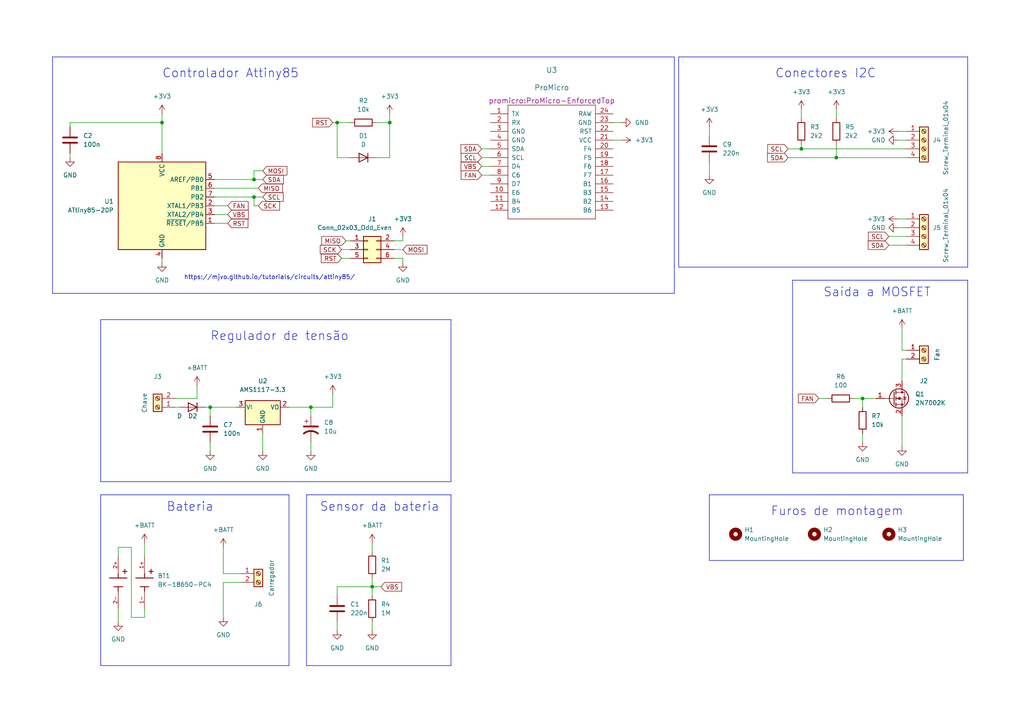
<source format=kicad_sch>
(kicad_sch (version 20230121) (generator eeschema)
  (paper "A4")
  (title_block (title "Termohigrômetro") (date "2022-12-30") (rev "0") (company "Sentium Controls"))
  (lib_symbols
    (symbol "BK-18650-PC4:BK-18650-PC4" (pin_names (offset 1.016))
      (property "Reference" "BT" (at -3.81 6.35 0))
      (property "Value" "BK-18650-PC4" (at -3.81 -10.16 0))
      (symbol "BK-18650-PC4_0_0"
        (polyline (pts (xy -3.81 -3.175) (xy -2.54 -3.175)) (stroke (width 0.254)))
        (polyline (pts (xy -3.81 4.445) (xy -2.54 4.445)) (stroke (width 0.254)))
        (polyline (pts (xy -3.175 -2.54) (xy -3.175 -3.81)) (stroke (width 0.254)))
        (polyline (pts (xy -3.175 5.08) (xy -3.175 3.81)) (stroke (width 0.254)))
        (polyline (pts (xy -1.27 -5.08) (xy -2.54 -5.08)) (stroke (width 0.254)))
        (polyline (pts (xy -1.27 -5.08) (xy -1.27 -7.62)) (stroke (width 0.254)))
        (polyline (pts (xy -1.27 -2.54) (xy -1.27 -5.08)) (stroke (width 0.254)))
        (polyline (pts (xy -1.27 2.54) (xy -2.54 2.54)) (stroke (width 0.254)))
        (polyline (pts (xy -1.27 2.54) (xy -1.27 0)) (stroke (width 0.254)))
        (polyline (pts (xy -1.27 5.08) (xy -1.27 2.54)) (stroke (width 0.254)))
        (polyline (pts (xy 1.27 -5.08) (xy 1.27 -6.35)) (stroke (width 0.254)))
        (polyline (pts (xy 1.27 -5.08) (xy 2.54 -5.08)) (stroke (width 0.254)))
        (polyline (pts (xy 1.27 -3.81) (xy 1.27 -5.08)) (stroke (width 0.254)))
        (polyline (pts (xy 1.27 2.54) (xy 1.27 1.27)) (stroke (width 0.254)))
        (polyline (pts (xy 1.27 2.54) (xy 2.54 2.54)) (stroke (width 0.254)))
        (polyline (pts (xy 1.27 3.81) (xy 1.27 2.54)) (stroke (width 0.254)))
        (pin passive line (at -7.62 2.54 0) (length 5.08) (name "~") (number "1+"))
        (pin passive line (at 7.62 2.54 180) (length 5.08) (name "~") (number "1-"))
        (pin passive line (at -7.62 -5.08 0) (length 5.08) (name "~") (number "2+"))
        (pin passive line (at 7.62 -5.08 180) (length 5.08) (name "~") (number "2-"))
      )
    )
    (symbol "Connector:Screw_Terminal_01x02" (pin_names (offset 1.016) hide)
      (property "Reference" "J" (at 0 2.54 0))
      (property "Value" "Screw_Terminal_01x02" (at 0 -5.08 0))
      (symbol "Screw_Terminal_01x02_1_1"
        (rectangle (start -1.27 1.27) (end 1.27 -3.81) (stroke (width 0.254)) (fill (type background)))
        (circle (center 0 -2.54) (radius 0.635) (stroke (width 0.1524)))
        (polyline (pts (xy -0.5334 -2.2098) (xy 0.3302 -3.048)) (stroke (width 0.1524)))
        (polyline (pts (xy -0.5334 0.3302) (xy 0.3302 -0.508)) (stroke (width 0.1524)))
        (polyline (pts (xy -0.3556 -2.032) (xy 0.508 -2.8702)) (stroke (width 0.1524)))
        (polyline (pts (xy -0.3556 0.508) (xy 0.508 -0.3302)) (stroke (width 0.1524)))
        (circle (center 0 0) (radius 0.635) (stroke (width 0.1524)))
        (pin passive line (at -5.08 0 0) (length 3.81) (name "Pin_1") (number "1"))
        (pin passive line (at -5.08 -2.54 0) (length 3.81) (name "Pin_2") (number "2"))
      )
    )
    (symbol "Connector:Screw_Terminal_01x04" (pin_names (offset 1.016) hide)
      (property "Reference" "J" (at 0 5.08 0))
      (property "Value" "Screw_Terminal_01x04" (at 0 -7.62 0))
      (symbol "Screw_Terminal_01x04_1_1"
        (rectangle (start -1.27 3.81) (end 1.27 -6.35) (stroke (width 0.254)) (fill (type background)))
        (circle (center 0 -5.08) (radius 0.635) (stroke (width 0.1524)))
        (circle (center 0 -2.54) (radius 0.635) (stroke (width 0.1524)))
        (polyline (pts (xy -0.5334 -4.7498) (xy 0.3302 -5.588)) (stroke (width 0.1524)))
        (polyline (pts (xy -0.5334 -2.2098) (xy 0.3302 -3.048)) (stroke (width 0.1524)))
        (polyline (pts (xy -0.5334 0.3302) (xy 0.3302 -0.508)) (stroke (width 0.1524)))
        (polyline (pts (xy -0.5334 2.8702) (xy 0.3302 2.032)) (stroke (width 0.1524)))
        (polyline (pts (xy -0.3556 -4.572) (xy 0.508 -5.4102)) (stroke (width 0.1524)))
        (polyline (pts (xy -0.3556 -2.032) (xy 0.508 -2.8702)) (stroke (width 0.1524)))
        (polyline (pts (xy -0.3556 0.508) (xy 0.508 -0.3302)) (stroke (width 0.1524)))
        (polyline (pts (xy -0.3556 3.048) (xy 0.508 2.2098)) (stroke (width 0.1524)))
        (circle (center 0 0) (radius 0.635) (stroke (width 0.1524)))
        (circle (center 0 2.54) (radius 0.635) (stroke (width 0.1524)))
        (pin passive line (at -5.08 2.54 0) (length 3.81) (name "Pin_1") (number "1"))
        (pin passive line (at -5.08 0 0) (length 3.81) (name "Pin_2") (number "2"))
        (pin passive line (at -5.08 -2.54 0) (length 3.81) (name "Pin_3") (number "3"))
        (pin passive line (at -5.08 -5.08 0) (length 3.81) (name "Pin_4") (number "4"))
      )
    )
    (symbol "Connector_Generic:Conn_02x03_Odd_Even" (pin_names (offset 1.016) hide)
      (property "Reference" "J" (at 1.27 5.08 0))
      (property "Value" "Conn_02x03_Odd_Even" (at 1.27 -5.08 0))
      (symbol "Conn_02x03_Odd_Even_1_1"
        (rectangle (start -1.27 -2.413) (end 0 -2.667) (stroke (width 0.1524)))
        (rectangle (start -1.27 0.127) (end 0 -0.127) (stroke (width 0.1524)))
        (rectangle (start -1.27 2.667) (end 0 2.413) (stroke (width 0.1524)))
        (rectangle (start -1.27 3.81) (end 3.81 -3.81) (stroke (width 0.254)) (fill (type background)))
        (rectangle (start 3.81 -2.413) (end 2.54 -2.667) (stroke (width 0.1524)))
        (rectangle (start 3.81 0.127) (end 2.54 -0.127) (stroke (width 0.1524)))
        (rectangle (start 3.81 2.667) (end 2.54 2.413) (stroke (width 0.1524)))
        (pin passive line (at -5.08 2.54 0) (length 3.81) (name "Pin_1") (number "1"))
        (pin passive line (at 7.62 2.54 180) (length 3.81) (name "Pin_2") (number "2"))
        (pin passive line (at -5.08 0 0) (length 3.81) (name "Pin_3") (number "3"))
        (pin passive line (at 7.62 0 180) (length 3.81) (name "Pin_4") (number "4"))
        (pin passive line (at -5.08 -2.54 0) (length 3.81) (name "Pin_5") (number "5"))
        (pin passive line (at 7.62 -2.54 180) (length 3.81) (name "Pin_6") (number "6"))
      )
    )
    (symbol "Device:C" (pin_numbers hide) (pin_names (offset 0.254))
      (property "Reference" "C" (at 0.635 2.54 0))
      (property "Value" "C" (at 0.635 -2.54 0))
      (symbol "C_0_1"
        (polyline (pts (xy -2.032 -0.762) (xy 2.032 -0.762)) (stroke (width 0.508)))
        (polyline (pts (xy -2.032 0.762) (xy 2.032 0.762)) (stroke (width 0.508)))
      )
      (symbol "C_1_1"
        (pin passive line (at 0 3.81 270) (length 2.794) (name "~") (number "1"))
        (pin passive line (at 0 -3.81 90) (length 2.794) (name "~") (number "2"))
      )
    )
    (symbol "Device:C_Polarized_US" (pin_numbers hide) (pin_names (offset 0.254) hide)
      (property "Reference" "C" (at 0.635 2.54 0))
      (property "Value" "C_Polarized_US" (at 0.635 -2.54 0))
      (symbol "C_Polarized_US_0_1"
        (polyline (pts (xy -2.032 0.762) (xy 2.032 0.762)) (stroke (width 0.508)))
        (polyline (pts (xy -1.778 2.286) (xy -0.762 2.286)))
        (polyline (pts (xy -1.27 1.778) (xy -1.27 2.794)))
        (arc (start 2.032 -1.27) (mid 0 -0.5572) (end -2.032 -1.27) (stroke (width 0.508)))
      )
      (symbol "C_Polarized_US_1_1"
        (pin passive line (at 0 3.81 270) (length 2.794) (name "~") (number "1"))
        (pin passive line (at 0 -3.81 90) (length 3.302) (name "~") (number "2"))
      )
    )
    (symbol "Device:D" (pin_numbers hide) (pin_names (offset 1.016) hide)
      (property "Reference" "D" (at 0 2.54 0))
      (property "Value" "D" (at 0 -2.54 0))
      (symbol "D_0_1"
        (polyline (pts (xy -1.27 1.27) (xy -1.27 -1.27)) (stroke (width 0.254)))
        (polyline (pts (xy 1.27 0) (xy -1.27 0)))
        (polyline (pts (xy 1.27 1.27) (xy 1.27 -1.27) (xy -1.27 0) (xy 1.27 1.27)) (stroke (width 0.254)))
      )
      (symbol "D_1_1"
        (pin passive line (at -3.81 0 0) (length 2.54) (name "K") (number "1"))
        (pin passive line (at 3.81 0 180) (length 2.54) (name "A") (number "2"))
      )
    )
    (symbol "Device:R" (pin_numbers hide) (pin_names (offset 0))
      (property "Reference" "R" (at 2.032 0 90))
      (property "Value" "R" (at 0 0 90))
      (symbol "R_0_1"
        (rectangle (start -1.016 -2.54) (end 1.016 2.54) (stroke (width 0.254)))
      )
      (symbol "R_1_1"
        (pin passive line (at 0 3.81 270) (length 1.27) (name "~") (number "1"))
        (pin passive line (at 0 -3.81 90) (length 1.27) (name "~") (number "2"))
      )
    )
    (symbol "MCU_Microchip_ATtiny:ATtiny85-20P"
      (property "Reference" "U" (at -12.7 13.97 0))
      (property "Value" "ATtiny85-20P" (at 2.54 -13.97 0))
      (symbol "ATtiny85-20P_0_1"
        (rectangle (start -12.7 -12.7) (end 12.7 12.7) (stroke (width 0.254)) (fill (type background)))
      )
      (symbol "ATtiny85-20P_1_1"
        (pin bidirectional line (at 15.24 -5.08 180) (length 2.54) (name "~{RESET}/PB5") (number "1"))
        (pin bidirectional line (at 15.24 0 180) (length 2.54) (name "XTAL1/PB3") (number "2"))
        (pin bidirectional line (at 15.24 -2.54 180) (length 2.54) (name "XTAL2/PB4") (number "3"))
        (pin power_in line (at 0 -15.24 90) (length 2.54) (name "GND") (number "4"))
        (pin bidirectional line (at 15.24 7.62 180) (length 2.54) (name "AREF/PB0") (number "5"))
        (pin bidirectional line (at 15.24 5.08 180) (length 2.54) (name "PB1") (number "6"))
        (pin bidirectional line (at 15.24 2.54 180) (length 2.54) (name "PB2") (number "7"))
        (pin power_in line (at 0 15.24 270) (length 2.54) (name "VCC") (number "8"))
      )
    )
    (symbol "Mechanical:MountingHole" (pin_names (offset 1.016))
      (property "Reference" "H" (at 0 5.08 0))
      (property "Value" "MountingHole" (at 0 3.175 0))
      (symbol "MountingHole_0_1"
        (circle (center 0 0) (radius 1.27) (stroke (width 1.27)))
      )
    )
    (symbol "Regulator_Linear:AMS1117-3.3" (pin_names (offset 0.254))
      (property "Reference" "U" (at -3.81 3.175 0))
      (property "Value" "AMS1117-3.3" (at 0 3.175 0))
      (symbol "AMS1117-3.3_0_1"
        (rectangle (start -5.08 -5.08) (end 5.08 1.905) (stroke (width 0.254)) (fill (type background)))
      )
      (symbol "AMS1117-3.3_1_1"
        (pin power_in line (at 0 -7.62 90) (length 2.54) (name "GND") (number "1"))
        (pin power_out line (at 7.62 0 180) (length 2.54) (name "VO") (number "2"))
        (pin power_in line (at -7.62 0 0) (length 2.54) (name "VI") (number "3"))
      )
    )
    (symbol "Transistor_FET:2N7002K" (pin_names hide)
      (property "Reference" "Q" (at 5.08 1.905 0))
      (property "Value" "2N7002K" (at 5.08 0 0))
      (symbol "2N7002K_0_1"
        (polyline (pts (xy 0.254 0) (xy -2.54 0)))
        (polyline (pts (xy 0.254 1.905) (xy 0.254 -1.905)) (stroke (width 0.254)))
        (polyline (pts (xy 0.762 -1.27) (xy 0.762 -2.286)) (stroke (width 0.254)))
        (polyline (pts (xy 0.762 0.508) (xy 0.762 -0.508)) (stroke (width 0.254)))
        (polyline (pts (xy 0.762 2.286) (xy 0.762 1.27)) (stroke (width 0.254)))
        (polyline (pts (xy 2.54 2.54) (xy 2.54 1.778)))
        (polyline (pts (xy 2.54 -2.54) (xy 2.54 0) (xy 0.762 0)))
        (polyline (pts (xy 0.762 -1.778) (xy 3.302 -1.778) (xy 3.302 1.778) (xy 0.762 1.778)))
        (polyline (pts (xy 1.016 0) (xy 2.032 0.381) (xy 2.032 -0.381) (xy 1.016 0)) (fill (type outline)))
        (polyline (pts (xy 2.794 0.508) (xy 2.921 0.381) (xy 3.683 0.381) (xy 3.81 0.254)))
        (polyline (pts (xy 3.302 0.381) (xy 2.921 -0.254) (xy 3.683 -0.254) (xy 3.302 0.381)))
        (circle (center 1.651 0) (radius 2.794) (stroke (width 0.254)))
        (circle (center 2.54 -1.778) (radius 0.254) (fill (type outline)))
        (circle (center 2.54 1.778) (radius 0.254) (fill (type outline)))
      )
      (symbol "2N7002K_1_1"
        (pin input line (at -5.08 0 0) (length 2.54) (name "G") (number "1"))
        (pin passive line (at 2.54 -5.08 90) (length 2.54) (name "S") (number "2"))
        (pin passive line (at 2.54 5.08 270) (length 2.54) (name "D") (number "3"))
      )
    )
    (symbol "power:+3.3V" (power) (pin_names (offset 0))
      (property "Value" "+3.3V" (at 0 3.556 0))
      (symbol "+3.3V_0_1"
        (polyline (pts (xy -0.762 1.27) (xy 0 2.54)))
        (polyline (pts (xy 0 0) (xy 0 2.54)))
        (polyline (pts (xy 0 2.54) (xy 0.762 1.27)))
      )
      (symbol "+3.3V_1_1"
        (pin power_in line (at 0 0 90) (length 0) hide (name "+3V3") (number "1"))
      )
    )
    (symbol "power:+BATT" (power) (pin_names (offset 0))
      (property "Value" "+BATT" (at 0 3.556 0))
      (symbol "+BATT_0_1"
        (polyline (pts (xy -0.762 1.27) (xy 0 2.54)))
        (polyline (pts (xy 0 0) (xy 0 2.54)))
        (polyline (pts (xy 0 2.54) (xy 0.762 1.27)))
      )
      (symbol "+BATT_1_1"
        (pin power_in line (at 0 0 90) (length 0) hide (name "+BATT") (number "1"))
      )
    )
    (symbol "power:GND" (power) (pin_names (offset 0))
      (property "Value" "GND" (at 0 -3.81 0))
      (symbol "GND_0_1"
        (polyline (pts (xy 0 0) (xy 0 -1.27) (xy 1.27 -1.27) (xy 0 -2.54) (xy -1.27 -1.27) (xy 0 -1.27)))
      )
      (symbol "GND_1_1"
        (pin power_in line (at 0 0 270) (length 0) hide (name "GND") (number "1"))
      )
    )
    (symbol "promicro:ProMicro" (pin_names (offset 1.016))
      (property "Reference" "U" (at 0 24.13 0))
      (property "Value" "ProMicro" (at 0 -13.97 0))
      (property "Footprint" "promicro:ProMicro-EnforcedTop" (at 2.54 -26.67 0))
      (symbol "ProMicro_0_1"
        (rectangle (start -12.7 21.59) (end 12.7 -11.43))
      )
      (symbol "ProMicro_1_1"
        (pin bidirectional line (at -17.78 19.05 0) (length 5.08) (name "TX") (number "1"))
        (pin bidirectional line (at -17.78 -3.81 0) (length 5.08) (name "E6") (number "10"))
        (pin bidirectional line (at -17.78 -6.35 0) (length 5.08) (name "B4") (number "11"))
        (pin bidirectional line (at -17.78 -8.89 0) (length 5.08) (name "B5") (number "12"))
        (pin bidirectional line (at 17.78 -8.89 180) (length 5.08) (name "B6") (number "13"))
        (pin bidirectional line (at 17.78 -6.35 180) (length 5.08) (name "B2") (number "14"))
        (pin bidirectional line (at 17.78 -3.81 180) (length 5.08) (name "B3") (number "15"))
        (pin bidirectional line (at 17.78 -1.27 180) (length 5.08) (name "B1") (number "16"))
        (pin bidirectional line (at 17.78 1.27 180) (length 5.08) (name "F7") (number "17"))
        (pin bidirectional line (at 17.78 3.81 180) (length 5.08) (name "F6") (number "18"))
        (pin bidirectional line (at 17.78 6.35 180) (length 5.08) (name "F5") (number "19"))
        (pin bidirectional line (at -17.78 16.51 0) (length 5.08) (name "RX") (number "2"))
        (pin bidirectional line (at 17.78 8.89 180) (length 5.08) (name "F4") (number "20"))
        (pin power_in line (at 17.78 11.43 180) (length 5.08) (name "VCC") (number "21"))
        (pin input line (at 17.78 13.97 180) (length 5.08) (name "RST") (number "22"))
        (pin power_in line (at 17.78 16.51 180) (length 5.08) (name "GND") (number "23"))
        (pin power_out line (at 17.78 19.05 180) (length 5.08) (name "RAW") (number "24"))
        (pin power_in line (at -17.78 13.97 0) (length 5.08) (name "GND") (number "3"))
        (pin power_in line (at -17.78 11.43 0) (length 5.08) (name "GND") (number "4"))
        (pin bidirectional line (at -17.78 8.89 0) (length 5.08) (name "SDA") (number "5"))
        (pin bidirectional line (at -17.78 6.35 0) (length 5.08) (name "SCL") (number "6"))
        (pin bidirectional line (at -17.78 3.81 0) (length 5.08) (name "D4") (number "7"))
        (pin bidirectional line (at -17.78 1.27 0) (length 5.08) (name "C6") (number "8"))
        (pin bidirectional line (at -17.78 -1.27 0) (length 5.08) (name "D7") (number "9"))
      )
    )
  )
  (junction (at 97.79 35.56))
  (junction (at 73.66 52.07))
  (junction (at 46.99 35.56))
  (junction (at 232.41 43.18))
  (junction (at 107.95 170.18))
  (junction (at 250.19 115.57))
  (junction (at 73.66 57.15))
  (junction (at 60.96 118.11))
  (junction (at 242.57 45.72))
  (junction (at 113.03 35.56))
  (junction (at 90.17 118.11))
  (wire (pts (xy 139.7 43.18) (xy 142.24 43.18)))
  (polyline (pts (xy 83.82 193.04) (xy 29.21 193.04)))
  (wire (pts (xy 114.3 74.93) (xy 116.84 74.93)))
  (wire (pts (xy 101.6 45.72) (xy 97.79 45.72)))
  (wire (pts (xy 250.19 115.57) (xy 250.19 118.11)))
  (polyline (pts (xy 196.85 16.51) (xy 280.67 16.51)))
  (polyline (pts (xy 130.81 193.04) (xy 88.9 193.04)))
  (polyline (pts (xy 29.21 92.71) (xy 130.81 92.71)))
  (polyline (pts (xy 130.81 143.51) (xy 130.81 193.04)))
  (wire (pts (xy 64.77 168.91) (xy 64.77 179.07)))
  (polyline (pts (xy 280.67 16.51) (xy 280.67 77.47)))
  (polyline (pts (xy 280.67 77.47) (xy 196.85 77.47)))
  (wire (pts (xy 76.2 49.53) (xy 73.66 49.53)))
  (wire (pts (xy 46.99 76.2) (xy 46.99 74.93)))
  (polyline (pts (xy 205.74 143.51) (xy 279.4 143.51)))
  (wire (pts (xy 73.66 52.07) (xy 62.23 52.07)))
  (wire (pts (xy 97.79 45.72) (xy 97.79 35.56)))
  (wire (pts (xy 20.32 35.56) (xy 46.99 35.56)))
  (wire (pts (xy 262.89 104.14) (xy 261.62 104.14)))
  (wire (pts (xy 34.29 158.75) (xy 34.29 161.29)))
  (polyline (pts (xy 195.58 85.09) (xy 15.24 85.09)))
  (wire (pts (xy 101.6 35.56) (xy 97.79 35.56)))
  (wire (pts (xy 69.85 168.91) (xy 64.77 168.91)))
  (wire (pts (xy 76.2 57.15) (xy 73.66 57.15)))
  (wire (pts (xy 64.77 158.75) (xy 64.77 166.37)))
  (wire (pts (xy 62.23 62.23) (xy 66.04 62.23)))
  (wire (pts (xy 97.79 172.72) (xy 97.79 170.18)))
  (wire (pts (xy 139.7 48.26) (xy 142.24 48.26)))
  (wire (pts (xy 20.32 45.72) (xy 20.32 44.45)))
  (polyline (pts (xy 15.24 16.51) (xy 15.24 85.09)))
  (wire (pts (xy 107.95 170.18) (xy 107.95 172.72)))
  (polyline (pts (xy 83.82 143.51) (xy 83.82 193.04)))
  (wire (pts (xy 97.79 170.18) (xy 107.95 170.18)))
  (wire (pts (xy 237.49 115.57) (xy 240.03 115.57)))
  (wire (pts (xy 139.7 50.8) (xy 142.24 50.8)))
  (wire (pts (xy 260.35 38.1) (xy 262.89 38.1)))
  (wire (pts (xy 116.84 68.58) (xy 116.84 69.85)))
  (wire (pts (xy 60.96 130.81) (xy 60.96 128.27)))
  (wire (pts (xy 34.29 180.34) (xy 34.29 176.53)))
  (wire (pts (xy 113.03 45.72) (xy 113.03 35.56)))
  (wire (pts (xy 74.93 54.61) (xy 62.23 54.61)))
  (wire (pts (xy 20.32 35.56) (xy 20.32 36.83)))
  (wire (pts (xy 261.62 104.14) (xy 261.62 110.49)))
  (wire (pts (xy 107.95 170.18) (xy 110.49 170.18)))
  (wire (pts (xy 247.65 115.57) (xy 250.19 115.57)))
  (wire (pts (xy 261.62 95.25) (xy 261.62 101.6)))
  (wire (pts (xy 228.6 43.18) (xy 232.41 43.18)))
  (wire (pts (xy 57.15 111.76) (xy 57.15 115.57)))
  (wire (pts (xy 60.96 118.11) (xy 68.58 118.11)))
  (wire (pts (xy 242.57 41.91) (xy 242.57 45.72)))
  (wire (pts (xy 73.66 59.69) (xy 73.66 57.15)))
  (polyline (pts (xy 29.21 143.51) (xy 29.21 193.04)))
  (wire (pts (xy 66.04 64.77) (xy 62.23 64.77)))
  (polyline (pts (xy 279.4 143.51) (xy 279.4 162.56)))
  (wire (pts (xy 41.91 157.48) (xy 41.91 161.29)))
  (wire (pts (xy 109.22 35.56) (xy 113.03 35.56)))
  (polyline (pts (xy 195.58 16.51) (xy 195.58 85.09)))
  (wire (pts (xy 96.52 35.56) (xy 97.79 35.56)))
  (wire (pts (xy 109.22 45.72) (xy 113.03 45.72)))
  (wire (pts (xy 59.69 118.11) (xy 60.96 118.11)))
  (wire (pts (xy 73.66 57.15) (xy 62.23 57.15)))
  (polyline (pts (xy 29.21 143.51) (xy 83.82 143.51)))
  (wire (pts (xy 83.82 118.11) (xy 90.17 118.11)))
  (wire (pts (xy 262.89 101.6) (xy 261.62 101.6)))
  (wire (pts (xy 232.41 43.18) (xy 262.89 43.18)))
  (wire (pts (xy 38.1 179.07) (xy 38.1 158.75)))
  (wire (pts (xy 205.74 36.83) (xy 205.74 39.37)))
  (wire (pts (xy 242.57 45.72) (xy 262.89 45.72)))
  (polyline (pts (xy 15.24 16.51) (xy 195.58 16.51)))
  (wire (pts (xy 257.81 71.12) (xy 262.89 71.12)))
  (wire (pts (xy 180.34 35.56) (xy 177.8 35.56)))
  (wire (pts (xy 50.8 118.11) (xy 52.07 118.11)))
  (wire (pts (xy 257.81 68.58) (xy 262.89 68.58)))
  (wire (pts (xy 60.96 118.11) (xy 60.96 120.65)))
  (wire (pts (xy 250.19 115.57) (xy 254 115.57)))
  (wire (pts (xy 41.91 179.07) (xy 38.1 179.07)))
  (wire (pts (xy 41.91 176.53) (xy 41.91 179.07)))
  (wire (pts (xy 74.93 59.69) (xy 73.66 59.69)))
  (polyline (pts (xy 130.81 92.71) (xy 130.81 139.7)))
  (polyline (pts (xy 196.85 16.51) (xy 196.85 77.47)))
  (polyline (pts (xy 229.87 81.28) (xy 280.67 81.28)))
  (wire (pts (xy 260.35 40.64) (xy 262.89 40.64)))
  (wire (pts (xy 66.04 59.69) (xy 62.23 59.69)))
  (wire (pts (xy 38.1 158.75) (xy 34.29 158.75)))
  (wire (pts (xy 113.03 33.02) (xy 113.03 35.56)))
  (wire (pts (xy 99.06 74.93) (xy 101.6 74.93)))
  (polyline (pts (xy 88.9 143.51) (xy 130.81 143.51)))
  (wire (pts (xy 260.35 66.04) (xy 262.89 66.04)))
  (wire (pts (xy 90.17 118.11) (xy 96.52 118.11)))
  (wire (pts (xy 205.74 50.8) (xy 205.74 46.99)))
  (wire (pts (xy 90.17 130.81) (xy 90.17 128.27)))
  (wire (pts (xy 261.62 120.65) (xy 261.62 129.54)))
  (wire (pts (xy 116.84 72.39) (xy 114.3 72.39)))
  (wire (pts (xy 69.85 166.37) (xy 64.77 166.37)))
  (polyline (pts (xy 279.4 162.56) (xy 205.74 162.56)))
  (wire (pts (xy 100.33 69.85) (xy 101.6 69.85)))
  (wire (pts (xy 260.35 63.5) (xy 262.89 63.5)))
  (polyline (pts (xy 130.81 139.7) (xy 29.21 139.7)))
  (wire (pts (xy 232.41 41.91) (xy 232.41 43.18)))
  (wire (pts (xy 228.6 45.72) (xy 242.57 45.72)))
  (wire (pts (xy 107.95 157.48) (xy 107.95 160.02)))
  (wire (pts (xy 96.52 114.3) (xy 96.52 118.11)))
  (wire (pts (xy 232.41 31.75) (xy 232.41 34.29)))
  (wire (pts (xy 242.57 31.75) (xy 242.57 34.29)))
  (polyline (pts (xy 29.21 92.71) (xy 29.21 139.7)))
  (wire (pts (xy 76.2 125.73) (xy 76.2 130.81)))
  (polyline (pts (xy 205.74 143.51) (xy 205.74 162.56)))
  (polyline (pts (xy 88.9 143.51) (xy 88.9 193.04)))
  (wire (pts (xy 250.19 125.73) (xy 250.19 128.27)))
  (wire (pts (xy 116.84 69.85) (xy 114.3 69.85)))
  (polyline (pts (xy 280.67 137.16) (xy 229.87 137.16)))
  (polyline (pts (xy 229.87 81.28) (xy 229.87 137.16)))
  (wire (pts (xy 73.66 49.53) (xy 73.66 52.07)))
  (wire (pts (xy 180.34 40.64) (xy 177.8 40.64)))
  (wire (pts (xy 76.2 52.07) (xy 73.66 52.07)))
  (wire (pts (xy 116.84 74.93) (xy 116.84 76.2)))
  (wire (pts (xy 107.95 180.34) (xy 107.95 182.88)))
  (polyline (pts (xy 280.67 81.28) (xy 280.67 137.16)))
  (wire (pts (xy 139.7 45.72) (xy 142.24 45.72)))
  (wire (pts (xy 99.06 72.39) (xy 101.6 72.39)))
  (wire (pts (xy 50.8 115.57) (xy 57.15 115.57)))
  (wire (pts (xy 46.99 33.02) (xy 46.99 35.56)))
  (wire (pts (xy 90.17 118.11) (xy 90.17 120.65)))
  (wire (pts (xy 107.95 167.64) (xy 107.95 170.18)))
  (wire (pts (xy 46.99 35.56) (xy 46.99 44.45)))
  (wire (pts (xy 97.79 182.88) (xy 97.79 180.34)))
  (text "https://mjvo.github.io/tutorials/circuits/attiny85/" (at 53.34 81.28 0) (effects (font (size 1.27 1.27)) (justify left bottom)))
  (text "Conectores I2C" (at 224.79 22.86 0) (effects (font (size 2.54 2.54)) (justify left bottom)))
  (text "Sensor da bateria" (at 92.71 148.59 0) (effects (font (size 2.54 2.54)) (justify left bottom)))
  (text "Regulador de tensão" (at 60.96 99.06 0) (effects (font (size 2.54 2.54)) (justify left bottom)))
  (text "Saída a MOSFET" (at 238.76 86.36 0) (effects (font (size 2.54 2.54)) (justify left bottom)))
  (text "Furos de montagem" (at 223.52 149.86 0) (effects (font (size 2.54 2.54)) (justify left bottom)))
  (text "Bateria" (at 48.26 148.59 0) (effects (font (size 2.54 2.54)) (justify left bottom)))
  (text "Controlador Attiny85" (at 46.99 22.86 0) (effects (font (size 2.54 2.54)) (justify left bottom)))
  (global_label "FAN" (shape input) (at 237.49 115.57 180) (property "Intersheetrefs" "${INTERSHEET_REFS}" (effects hide)) (property "Referências entre as folhas" "${INTERSHEET_REFS}" (effects hide)))
  (global_label "RST" (shape input) (at 99.06 74.93 180) (property "Intersheetrefs" "${INTERSHEET_REFS}" (effects hide)) (property "Referências entre as folhas" "${INTERSHEET_REFS}" (effects hide)))
  (global_label "SDA" (shape input) (at 139.7 43.18 180) (property "Intersheetrefs" "${INTERSHEET_REFS}" (effects hide)) (property "Referências entre as folhas" "${INTERSHEET_REFS}" (effects hide)))
  (global_label "MISO" (shape input) (at 74.93 54.61 0) (property "Intersheetrefs" "${INTERSHEET_REFS}" (effects hide)) (property "Referências entre as folhas" "${INTERSHEET_REFS}" (effects hide)))
  (global_label "VBS" (shape input) (at 110.49 170.18 0) (property "Intersheetrefs" "${INTERSHEET_REFS}" (effects hide)) (property "Referências entre as folhas" "${INTERSHEET_REFS}" (effects hide)))
  (global_label "MOSI" (shape input) (at 76.2 49.53 0) (property "Intersheetrefs" "${INTERSHEET_REFS}" (effects hide)) (property "Referências entre as folhas" "${INTERSHEET_REFS}" (effects hide)))
  (global_label "VBS" (shape input) (at 139.7 48.26 180) (property "Intersheetrefs" "${INTERSHEET_REFS}" (effects hide)) (property "Referências entre as folhas" "${INTERSHEET_REFS}" (effects hide)))
  (global_label "SCK" (shape input) (at 74.93 59.69 0) (property "Intersheetrefs" "${INTERSHEET_REFS}" (effects hide)) (property "Referências entre as folhas" "${INTERSHEET_REFS}" (effects hide)))
  (global_label "SCL" (shape input) (at 257.81 68.58 180) (property "Intersheetrefs" "${INTERSHEET_REFS}" (effects hide)) (property "Referências entre as folhas" "${INTERSHEET_REFS}" (effects hide)))
  (global_label "SCK" (shape input) (at 99.06 72.39 180) (property "Intersheetrefs" "${INTERSHEET_REFS}" (effects hide)) (property "Referências entre as folhas" "${INTERSHEET_REFS}" (effects hide)))
  (global_label "SDA" (shape input) (at 257.81 71.12 180) (property "Intersheetrefs" "${INTERSHEET_REFS}" (effects hide)) (property "Referências entre as folhas" "${INTERSHEET_REFS}" (effects hide)))
  (global_label "SDA" (shape input) (at 76.2 52.07 0) (property "Intersheetrefs" "${INTERSHEET_REFS}" (effects hide)) (property "Referências entre as folhas" "${INTERSHEET_REFS}" (effects hide)))
  (global_label "SDA" (shape input) (at 228.6 45.72 180) (property "Intersheetrefs" "${INTERSHEET_REFS}" (effects hide)) (property "Referências entre as folhas" "${INTERSHEET_REFS}" (effects hide)))
  (global_label "SCL" (shape input) (at 228.6 43.18 180) (property "Intersheetrefs" "${INTERSHEET_REFS}" (effects hide)) (property "Referências entre as folhas" "${INTERSHEET_REFS}" (effects hide)))
  (global_label "SCL" (shape input) (at 76.2 57.15 0) (property "Intersheetrefs" "${INTERSHEET_REFS}" (effects hide)) (property "Referências entre as folhas" "${INTERSHEET_REFS}" (effects hide)))
  (global_label "SCL" (shape input) (at 139.7 45.72 180) (property "Intersheetrefs" "${INTERSHEET_REFS}" (effects hide)) (property "Referências entre as folhas" "${INTERSHEET_REFS}" (effects hide)))
  (global_label "FAN" (shape input) (at 66.04 59.69 0) (property "Intersheetrefs" "${INTERSHEET_REFS}" (effects hide)) (property "Referências entre as folhas" "${INTERSHEET_REFS}" (effects hide)))
  (global_label "MOSI" (shape input) (at 116.84 72.39 0) (property "Intersheetrefs" "${INTERSHEET_REFS}" (effects hide)) (property "Referências entre as folhas" "${INTERSHEET_REFS}" (effects hide)))
  (global_label "MISO" (shape input) (at 100.33 69.85 180) (property "Intersheetrefs" "${INTERSHEET_REFS}" (effects hide)) (property "Referências entre as folhas" "${INTERSHEET_REFS}" (effects hide)))
  (global_label "RST" (shape input) (at 66.04 64.77 0) (property "Intersheetrefs" "${INTERSHEET_REFS}" (effects hide)) (property "Referências entre as folhas" "${INTERSHEET_REFS}" (effects hide)))
  (global_label "FAN" (shape input) (at 139.7 50.8 180) (property "Intersheetrefs" "${INTERSHEET_REFS}" (effects hide)) (property "Referências entre as folhas" "${INTERSHEET_REFS}" (effects hide)))
  (global_label "RST" (shape input) (at 96.52 35.56 180) (property "Intersheetrefs" "${INTERSHEET_REFS}" (effects hide)) (property "Referências entre as folhas" "${INTERSHEET_REFS}" (effects hide)))
  (global_label "VBS" (shape input) (at 66.04 62.23 0) (property "Intersheetrefs" "${INTERSHEET_REFS}" (effects hide)) (property "Referências entre as folhas" "${INTERSHEET_REFS}" (effects hide)))
  (symbol (lib_id "Connector:Screw_Terminal_01x02") (at 267.97 101.6 0) (unit 1)
    (property "Reference" "J2" (at 267.97 110.49 0))
    (property "Value" "Fan" (at 271.78 102.87 90))
    (property "Footprint" "TerminalBlock_4Ucon:TerminalBlock_4Ucon_1x02_P3.50mm_Horizontal" (effects hide))
  )
  (symbol (lib_id "power:GND") (at 260.35 66.04 270) (unit 1)
    (property "Reference" "#PWR0109" (effects hide))
    (property "Value" "GND" (at 252.73 66.04 90) (effects (justify left)))
  )
  (symbol (lib_id "Connector:Screw_Terminal_01x02") (at 45.72 118.11 180) (unit 1)
    (property "Reference" "J3" (at 45.72 109.22 0))
    (property "Value" "Chave" (at 41.91 116.84 90))
    (property "Footprint" "TerminalBlock_4Ucon:TerminalBlock_4Ucon_1x02_P3.50mm_Horizontal" (effects hide))
  )
  (symbol (lib_id "Connector:Screw_Terminal_01x02") (at 74.93 166.37 0) (unit 1)
    (property "Reference" "J6" (at 74.93 175.26 0))
    (property "Value" "Carregador" (at 78.74 167.64 90))
    (property "Footprint" "TerminalBlock_4Ucon:TerminalBlock_4Ucon_1x02_P3.50mm_Horizontal" (effects hide))
  )
  (symbol (lib_id "power:GND") (at 260.35 40.64 270) (unit 1)
    (property "Reference" "#PWR0108" (effects hide))
    (property "Value" "GND" (at 252.73 40.64 90) (effects (justify left)))
  )
  (symbol (lib_id "MCU_Microchip_ATtiny:ATtiny85-20P") (at 46.99 59.69 0) (unit 1)
    (property "Reference" "U1" (at 33.02 58.4199 0) (effects (justify right)))
    (property "Value" "ATtiny85-20P" (at 33.02 60.9599 0) (effects (justify right)))
    (property "Footprint" "Package_DIP:DIP-8_W7.62mm" (effects hide))
    (property "Datasheet" "http://ww1.microchip.com/downloads/en/DeviceDoc/atmel-2586-avr-8-bit-microcontroller-attiny25-attiny45-attiny85_datasheet.pdf" (effects hide))
  )
  (symbol (lib_id "power:GND") (at 46.99 76.2 0) (unit 1)
    (property "Reference" "#PWR0101" (effects hide))
    (property "Value" "GND" (at 46.99 81.28 0))
  )
  (symbol (lib_id "power:+3.3V") (at 113.03 33.02 0) (unit 1)
    (property "Reference" "#PWR010" (effects hide))
    (property "Value" "+3.3V" (at 113.03 27.94 0))
  )
  (symbol (lib_id "power:GND") (at 76.2 130.81 0) (unit 1)
    (property "Reference" "#PWR013" (effects hide))
    (property "Value" "GND" (at 76.2 135.89 0))
  )
  (symbol (lib_id "Device:C_Polarized_US") (at 90.17 124.46 0) (unit 1)
    (property "Reference" "C8" (at 93.98 122.5549 0) (effects (justify left)))
    (property "Value" "10u" (at 93.98 125.0949 0) (effects (justify left)))
    (property "Footprint" "Capacitor_THT:CP_Radial_D6.3mm_P2.50mm" (effects hide))
  )
  (symbol (lib_id "Regulator_Linear:AMS1117-3.3") (at 76.2 118.11 0) (unit 1)
    (property "Reference" "U2" (at 76.2 110.49 0))
    (property "Value" "AMS1117-3.3" (at 76.2 113.03 0))
    (property "Footprint" "Package_TO_SOT_SMD:SOT-223-3_TabPin2" (effects hide))
    (property "Datasheet" "http://www.advanced-monolithic.com/pdf/ds1117.pdf" (effects hide))
  )
  (symbol (lib_id "Device:C") (at 20.32 40.64 0) (unit 1)
    (property "Reference" "C2" (at 24.13 39.3699 0) (effects (justify left)))
    (property "Value" "100n" (at 24.13 41.9099 0) (effects (justify left)))
    (property "Footprint" "Capacitor_THT:C_Disc_D5.0mm_W2.5mm_P5.00mm" (effects hide))
  )
  (symbol (lib_id "Connector_Generic:Conn_02x03_Odd_Even") (at 106.68 72.39 0) (unit 1)
    (property "Reference" "J1" (at 107.95 63.5 0))
    (property "Value" "Conn_02x03_Odd_Even" (at 102.87 66.04 0))
    (property "Footprint" "Connector_PinHeader_2.54mm:PinHeader_2x03_P2.54mm_Vertical" (effects hide))
  )
  (symbol (lib_id "promicro:ProMicro") (at 160.02 52.07 0) (unit 1)
    (property "Reference" "U3" (at 160.02 20.32 0) (effects (font (size 1.524 1.524))))
    (property "Value" "ProMicro" (at 160.02 25.4 0) (effects (font (size 1.524 1.524))))
    (property "Footprint" "promicro:ProMicro-EnforcedTop" (at 160.02 29.21 0) (effects (font (size 1.524 1.524))))
  )
  (symbol (lib_id "Connector:Screw_Terminal_01x04") (at 267.97 40.64 0) (unit 1)
    (property "Reference" "J4" (at 270.51 40.6399 0) (effects (justify left)))
    (property "Value" "Screw_Terminal_01x04" (at 274.32 50.8 90) (effects (justify left)))
    (property "Footprint" "TerminalBlock_4Ucon:TerminalBlock_4Ucon_1x04_P3.50mm_Horizontal" (effects hide))
  )
  (symbol (lib_id "power:+3.3V") (at 232.41 31.75 0) (unit 1)
    (property "Reference" "#PWR0104" (effects hide))
    (property "Value" "+3.3V" (at 232.41 26.67 0))
  )
  (symbol (lib_id "BK-18650-PC4:BK-18650-PC4") (at 39.37 168.91 270) (unit 1)
    (property "Reference" "BT1" (at 45.72 167.0049 90) (effects (justify left)))
    (property "Value" "BK-18650-PC4" (at 45.72 169.5449 90) (effects (justify left)))
    (property "Footprint" "BAT_BK-18650-PC4" (effects hide))
    (property "MANUFACTURER" "MPD" (effects hide))
    (property "PARTREV" "K" (effects hide))
    (property "STANDARD" "Manufacturer Recommendations" (effects hide))
    (property "MAXIMUM_PACKAGE_HEIGHT" "21.54 mm" (effects hide))
  )
  (symbol (lib_id "Mechanical:MountingHole") (at 213.36 154.94 0) (unit 1)
    (property "Reference" "H1" (at 215.9 153.6699 0) (effects (justify left)))
    (property "Value" "MountingHole" (at 215.9 156.2099 0) (effects (justify left)))
    (property "Footprint" "MountingHole:MountingHole_3.2mm_M3" (effects hide))
  )
  (symbol (lib_id "power:+3.3V") (at 242.57 31.75 0) (unit 1)
    (property "Reference" "#PWR0103" (effects hide))
    (property "Value" "+3.3V" (at 242.57 26.67 0))
  )
  (symbol (lib_id "power:GND") (at 60.96 130.81 0) (unit 1)
    (property "Reference" "#PWR012" (effects hide))
    (property "Value" "GND" (at 60.96 135.89 0))
  )
  (symbol (lib_id "power:+3.3V") (at 260.35 38.1 90) (unit 1)
    (property "Reference" "#PWR0110" (effects hide))
    (property "Value" "+3.3V" (at 251.46 38.1 90) (effects (justify right)))
  )
  (symbol (lib_id "Device:R") (at 243.84 115.57 90) (mirror x) (unit 1)
    (property "Reference" "R6" (at 243.84 109.22 90))
    (property "Value" "100" (at 243.84 111.76 90))
    (property "Footprint" "Resistor_THT:R_Axial_DIN0207_L6.3mm_D2.5mm_P10.16mm_Horizontal" (effects hide))
  )
  (symbol (lib_id "Device:R") (at 232.41 38.1 0) (mirror y) (unit 1)
    (property "Reference" "R3" (at 234.95 36.8299 0) (effects (justify right)))
    (property "Value" "2k2" (at 234.95 39.3699 0) (effects (justify right)))
    (property "Footprint" "Resistor_THT:R_Axial_DIN0207_L6.3mm_D2.5mm_P10.16mm_Horizontal" (effects hide))
  )
  (symbol (lib_id "power:+3.3V") (at 96.52 114.3 0) (unit 1)
    (property "Reference" "#PWR015" (effects hide))
    (property "Value" "+3.3V" (at 96.52 109.22 0))
  )
  (symbol (lib_id "Device:D") (at 105.41 45.72 0) (mirror y) (unit 1)
    (property "Reference" "D1" (at 105.41 39.37 0))
    (property "Value" "D" (at 105.41 41.91 0))
    (property "Footprint" "Diode_THT:D_DO-41_SOD81_P7.62mm_Horizontal" (effects hide))
  )
  (symbol (lib_id "Device:R") (at 242.57 38.1 0) (mirror y) (unit 1)
    (property "Reference" "R5" (at 245.11 36.8299 0) (effects (justify right)))
    (property "Value" "2k2" (at 245.11 39.3699 0) (effects (justify right)))
    (property "Footprint" "Resistor_THT:R_Axial_DIN0207_L6.3mm_D2.5mm_P10.16mm_Horizontal" (effects hide))
  )
  (symbol (lib_id "Mechanical:MountingHole") (at 257.81 154.94 0) (unit 1)
    (property "Reference" "H3" (at 260.35 153.6699 0) (effects (justify left)))
    (property "Value" "MountingHole" (at 260.35 156.2099 0) (effects (justify left)))
    (property "Footprint" "MountingHole:MountingHole_3.2mm_M3" (effects hide))
  )
  (symbol (lib_id "power:GND") (at 261.62 129.54 0) (unit 1)
    (property "Reference" "#PWR07" (effects hide))
    (property "Value" "GND" (at 261.62 134.62 0))
  )
  (symbol (lib_id "power:+BATT") (at 261.62 95.25 0) (unit 1)
    (property "Reference" "#PWR06" (effects hide))
    (property "Value" "+BATT" (at 261.62 90.17 0))
  )
  (symbol (lib_id "power:+3.3V") (at 260.35 63.5 90) (unit 1)
    (property "Reference" "#PWR0112" (effects hide))
    (property "Value" "+3.3V" (at 251.46 63.5 90) (effects (justify right)))
  )
  (symbol (lib_id "power:GND") (at 34.29 180.34 0) (unit 1)
    (property "Reference" "#PWR0107" (effects hide))
    (property "Value" "GND" (at 34.29 185.42 0))
  )
  (symbol (lib_id "Device:R") (at 107.95 176.53 0) (mirror y) (unit 1)
    (property "Reference" "R4" (at 110.49 175.2599 0) (effects (justify right)))
    (property "Value" "1M" (at 110.49 177.7999 0) (effects (justify right)))
    (property "Footprint" "Resistor_THT:R_Axial_DIN0207_L6.3mm_D2.5mm_P10.16mm_Horizontal" (effects hide))
  )
  (symbol (lib_id "power:GND") (at 116.84 76.2 0) (unit 1)
    (property "Reference" "#PWR09" (effects hide))
    (property "Value" "GND" (at 116.84 81.28 0))
  )
  (symbol (lib_id "Device:C") (at 97.79 176.53 180) (unit 1)
    (property "Reference" "C1" (at 101.6 175.2599 0) (effects (justify right)))
    (property "Value" "220n" (at 101.6 177.7999 0) (effects (justify right)))
    (property "Footprint" "Capacitor_THT:C_Disc_D5.0mm_W2.5mm_P5.00mm" (effects hide))
  )
  (symbol (lib_id "power:GND") (at 90.17 130.81 0) (unit 1)
    (property "Reference" "#PWR014" (effects hide))
    (property "Value" "GND" (at 90.17 135.89 0))
  )
  (symbol (lib_id "power:+3.3V") (at 180.34 40.64 270) (unit 1)
    (property "Reference" "#PWR0102" (effects hide))
    (property "Value" "+3.3V" (at 184.15 40.6399 90) (effects (justify left)))
  )
  (symbol (lib_id "Device:R") (at 107.95 163.83 0) (mirror y) (unit 1)
    (property "Reference" "R1" (at 110.49 162.5599 0) (effects (justify right)))
    (property "Value" "2M" (at 110.49 165.0999 0) (effects (justify right)))
    (property "Footprint" "Resistor_THT:R_Axial_DIN0207_L6.3mm_D2.5mm_P10.16mm_Horizontal" (effects hide))
  )
  (symbol (lib_id "power:+BATT") (at 57.15 111.76 0) (unit 1)
    (property "Reference" "#PWR0115" (effects hide))
    (property "Value" "+BATT" (at 57.15 106.68 0))
  )
  (symbol (lib_id "Device:R") (at 250.19 121.92 180) (unit 1)
    (property "Reference" "R7" (at 252.73 120.6499 0) (effects (justify right)))
    (property "Value" "10k" (at 252.73 123.1899 0) (effects (justify right)))
    (property "Footprint" "Resistor_SMD:R_0805_2012Metric" (effects hide))
  )
  (symbol (lib_id "Device:D") (at 55.88 118.11 0) (mirror y) (unit 1)
    (property "Reference" "D2" (at 55.88 120.65 0))
    (property "Value" "D" (at 52.07 120.65 0))
    (property "Footprint" "Diode_THT:D_DO-41_SOD81_P7.62mm_Horizontal" (effects hide))
  )
  (symbol (lib_id "power:+3.3V") (at 205.74 36.83 0) (unit 1)
    (property "Reference" "#PWR0105" (effects hide))
    (property "Value" "+3.3V" (at 205.74 31.75 0))
  )
  (symbol (lib_id "power:+BATT") (at 64.77 158.75 0) (unit 1)
    (property "Reference" "#PWR0117" (effects hide))
    (property "Value" "+BATT" (at 64.77 153.67 0))
  )
  (symbol (lib_id "power:+3.3V") (at 116.84 68.58 0) (unit 1)
    (property "Reference" "#PWR08" (effects hide))
    (property "Value" "+3.3V" (at 116.84 63.5 0))
  )
  (symbol (lib_id "Device:C") (at 60.96 124.46 180) (unit 1)
    (property "Reference" "C7" (at 64.77 123.1899 0) (effects (justify right)))
    (property "Value" "100n" (at 64.77 125.7299 0) (effects (justify right)))
    (property "Footprint" "Capacitor_THT:C_Disc_D5.0mm_W2.5mm_P5.00mm" (effects hide))
  )
  (symbol (lib_id "power:GND") (at 97.79 182.88 0) (unit 1)
    (property "Reference" "#PWR011" (effects hide))
    (property "Value" "GND" (at 97.79 187.96 0))
  )
  (symbol (lib_id "Device:R") (at 105.41 35.56 270) (mirror x) (unit 1)
    (property "Reference" "R2" (at 105.41 29.21 90))
    (property "Value" "10k" (at 105.41 31.75 90))
    (property "Footprint" "Resistor_THT:R_Axial_DIN0207_L6.3mm_D2.5mm_P10.16mm_Horizontal" (effects hide))
  )
  (symbol (lib_id "power:+BATT") (at 107.95 157.48 0) (unit 1)
    (property "Reference" "#PWR02" (effects hide))
    (property "Value" "+BATT" (at 107.95 152.4 0))
  )
  (symbol (lib_id "Mechanical:MountingHole") (at 236.22 154.94 0) (unit 1)
    (property "Reference" "H2" (at 238.76 153.6699 0) (effects (justify left)))
    (property "Value" "MountingHole" (at 238.76 156.2099 0) (effects (justify left)))
    (property "Footprint" "MountingHole:MountingHole_3.2mm_M3" (effects hide))
  )
  (symbol (lib_id "power:GND") (at 64.77 179.07 0) (unit 1)
    (property "Reference" "#PWR0116" (effects hide))
    (property "Value" "GND" (at 64.77 184.15 0))
  )
  (symbol (lib_id "Transistor_FET:2N7002K") (at 259.08 115.57 0) (unit 1)
    (property "Reference" "Q1" (at 265.43 114.2999 0) (effects (justify left)))
    (property "Value" "2N7002K" (at 265.43 116.8399 0) (effects (justify left)))
    (property "Footprint" "Package_TO_SOT_SMD:SOT-23" (effects hide))
    (property "Datasheet" "https://www.diodes.com/assets/Datasheets/ds30896.pdf" (effects hide))
  )
  (symbol (lib_id "Connector:Screw_Terminal_01x04") (at 267.97 66.04 0) (unit 1)
    (property "Reference" "J5" (at 270.51 66.0399 0) (effects (justify left)))
    (property "Value" "Screw_Terminal_01x04" (at 274.32 76.2 90) (effects (justify left)))
    (property "Footprint" "TerminalBlock_4Ucon:TerminalBlock_4Ucon_1x04_P3.50mm_Horizontal" (effects hide))
  )
  (symbol (lib_id "power:GND") (at 205.74 50.8 0) (unit 1)
    (property "Reference" "#PWR0106" (effects hide))
    (property "Value" "GND" (at 205.74 55.88 0))
  )
  (symbol (lib_id "power:GND") (at 107.95 182.88 0) (unit 1)
    (property "Reference" "#PWR03" (effects hide))
    (property "Value" "GND" (at 107.95 187.96 0))
  )
  (symbol (lib_id "power:+3.3V") (at 46.99 33.02 0) (unit 1)
    (property "Reference" "#PWR04" (effects hide))
    (property "Value" "+3.3V" (at 46.99 27.94 0))
  )
  (symbol (lib_id "power:GND") (at 250.19 128.27 0) (unit 1)
    (property "Reference" "#PWR05" (effects hide))
    (property "Value" "GND" (at 250.19 133.35 0))
  )
  (symbol (lib_id "power:+BATT") (at 41.91 157.48 0) (unit 1)
    (property "Reference" "#PWR0114" (effects hide))
    (property "Value" "+BATT" (at 41.91 152.4 0))
  )
  (symbol (lib_id "power:GND") (at 20.32 45.72 0) (unit 1)
    (property "Reference" "#PWR01" (effects hide))
    (property "Value" "GND" (at 20.32 50.8 0))
  )
  (symbol (lib_id "power:GND") (at 180.34 35.56 90) (unit 1)
    (property "Reference" "#PWR0118" (effects hide))
    (property "Value" "GND" (at 184.15 35.5599 90) (effects (justify right)))
  )
  (symbol (lib_id "Device:C") (at 205.74 43.18 180) (unit 1)
    (property "Reference" "C9" (at 209.55 41.9099 0) (effects (justify right)))
    (property "Value" "220n" (at 209.55 44.4499 0) (effects (justify right)))
    (property "Footprint" "Capacitor_THT:C_Disc_D5.0mm_W2.5mm_P5.00mm" (effects hide))
  )
)
</source>
